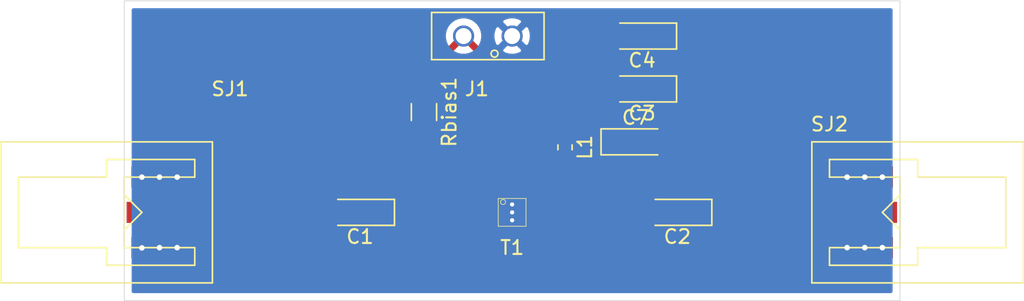
<source format=kicad_pcb>
(kicad_pcb (version 20171130) (host pcbnew 5.1.2-f72e74a~84~ubuntu18.04.1)

  (general
    (thickness 1.6)
    (drawings 4)
    (tracks 61)
    (zones 0)
    (modules 11)
    (nets 8)
  )

  (page A4)
  (layers
    (0 F.Cu signal)
    (31 B.Cu signal)
    (32 B.Adhes user)
    (33 F.Adhes user)
    (34 B.Paste user)
    (35 F.Paste user)
    (36 B.SilkS user)
    (37 F.SilkS user)
    (38 B.Mask user)
    (39 F.Mask user)
    (40 Dwgs.User user)
    (41 Cmts.User user)
    (42 Eco1.User user)
    (43 Eco2.User user)
    (44 Edge.Cuts user)
    (45 Margin user)
    (46 B.CrtYd user)
    (47 F.CrtYd user)
    (48 B.Fab user)
    (49 F.Fab user)
  )

  (setup
    (last_trace_width 0.25)
    (trace_clearance 0.2)
    (zone_clearance 0.508)
    (zone_45_only no)
    (trace_min 0.2)
    (via_size 0.8)
    (via_drill 0.4)
    (via_min_size 0.4)
    (via_min_drill 0.3)
    (uvia_size 0.3)
    (uvia_drill 0.1)
    (uvias_allowed no)
    (uvia_min_size 0.2)
    (uvia_min_drill 0.1)
    (edge_width 0.05)
    (segment_width 0.2)
    (pcb_text_width 0.3)
    (pcb_text_size 1.5 1.5)
    (mod_edge_width 0.12)
    (mod_text_size 1 1)
    (mod_text_width 0.15)
    (pad_size 4.3 1.52)
    (pad_drill 0)
    (pad_to_mask_clearance 0.051)
    (solder_mask_min_width 0.25)
    (aux_axis_origin 0 0)
    (visible_elements FFFFFF7F)
    (pcbplotparams
      (layerselection 0x010fc_ffffffff)
      (usegerberextensions false)
      (usegerberattributes false)
      (usegerberadvancedattributes false)
      (creategerberjobfile false)
      (excludeedgelayer true)
      (linewidth 0.100000)
      (plotframeref false)
      (viasonmask false)
      (mode 1)
      (useauxorigin false)
      (hpglpennumber 1)
      (hpglpenspeed 20)
      (hpglpendiameter 15.000000)
      (psnegative false)
      (psa4output false)
      (plotreference true)
      (plotvalue true)
      (plotinvisibletext false)
      (padsonsilk false)
      (subtractmaskfromsilk false)
      (outputformat 1)
      (mirror false)
      (drillshape 1)
      (scaleselection 1)
      (outputdirectory ""))
  )

  (net 0 "")
  (net 1 VCC)
  (net 2 GND)
  (net 3 /RF_IN)
  (net 4 /RF_OUT)
  (net 5 /RFin)
  (net 6 /RFout)
  (net 7 /VBIAS)

  (net_class Default "This is the default net class."
    (clearance 0.2)
    (trace_width 0.25)
    (via_dia 0.8)
    (via_drill 0.4)
    (uvia_dia 0.3)
    (uvia_drill 0.1)
    (add_net /RF_IN)
    (add_net /RF_OUT)
    (add_net /RFin)
    (add_net /RFout)
    (add_net /VBIAS)
    (add_net GND)
    (add_net VCC)
  )

  (module Resistor_SMD:R_1206_3216Metric_Pad1.42x1.75mm_HandSolder (layer F.Cu) (tedit 5B301BBD) (tstamp 5D1F078C)
    (at 128.27 109.615 270)
    (descr "Resistor SMD 1206 (3216 Metric), square (rectangular) end terminal, IPC_7351 nominal with elongated pad for handsoldering. (Body size source: http://www.tortai-tech.com/upload/download/2011102023233369053.pdf), generated with kicad-footprint-generator")
    (tags "resistor handsolder")
    (path /5D1EB24D)
    (attr smd)
    (fp_text reference Rbias1 (at 0 -1.82 90) (layer F.SilkS)
      (effects (font (size 1 1) (thickness 0.15)))
    )
    (fp_text value 2.67k (at 0 1.82 90) (layer F.Fab)
      (effects (font (size 1 1) (thickness 0.15)))
    )
    (fp_text user %R (at 0 0 90) (layer F.Fab)
      (effects (font (size 0.8 0.8) (thickness 0.12)))
    )
    (fp_line (start 2.45 1.12) (end -2.45 1.12) (layer F.CrtYd) (width 0.05))
    (fp_line (start 2.45 -1.12) (end 2.45 1.12) (layer F.CrtYd) (width 0.05))
    (fp_line (start -2.45 -1.12) (end 2.45 -1.12) (layer F.CrtYd) (width 0.05))
    (fp_line (start -2.45 1.12) (end -2.45 -1.12) (layer F.CrtYd) (width 0.05))
    (fp_line (start -0.602064 0.91) (end 0.602064 0.91) (layer F.SilkS) (width 0.12))
    (fp_line (start -0.602064 -0.91) (end 0.602064 -0.91) (layer F.SilkS) (width 0.12))
    (fp_line (start 1.6 0.8) (end -1.6 0.8) (layer F.Fab) (width 0.1))
    (fp_line (start 1.6 -0.8) (end 1.6 0.8) (layer F.Fab) (width 0.1))
    (fp_line (start -1.6 -0.8) (end 1.6 -0.8) (layer F.Fab) (width 0.1))
    (fp_line (start -1.6 0.8) (end -1.6 -0.8) (layer F.Fab) (width 0.1))
    (pad 2 smd roundrect (at 1.4875 0 270) (size 1.425 1.75) (layers F.Cu F.Paste F.Mask) (roundrect_rratio 0.175439)
      (net 7 /VBIAS))
    (pad 1 smd roundrect (at -1.4875 0 270) (size 1.425 1.75) (layers F.Cu F.Paste F.Mask) (roundrect_rratio 0.175439)
      (net 1 VCC))
    (model ${KISYS3DMOD}/Resistor_SMD.3dshapes/R_1206_3216Metric.wrl
      (at (xyz 0 0 0))
      (scale (xyz 1 1 1))
      (rotate (xyz 0 0 0))
    )
  )

  (module Capacitor_Tantalum_SMD:CP_EIA-3216-10_Kemet-I_Pad1.58x1.35mm_HandSolder (layer F.Cu) (tedit 5B301BBE) (tstamp 5D1F075F)
    (at 143.51 111.76)
    (descr "Tantalum Capacitor SMD Kemet-I (3216-10 Metric), IPC_7351 nominal, (Body size from: http://www.kemet.com/Lists/ProductCatalog/Attachments/253/KEM_TC101_STD.pdf), generated with kicad-footprint-generator")
    (tags "capacitor tantalum")
    (path /5D1F87D9)
    (attr smd)
    (fp_text reference C7 (at 0 -1.75) (layer F.SilkS)
      (effects (font (size 1 1) (thickness 0.15)))
    )
    (fp_text value 100p (at 0 1.75) (layer F.Fab)
      (effects (font (size 1 1) (thickness 0.15)))
    )
    (fp_text user %R (at 0 0) (layer F.Fab)
      (effects (font (size 0.8 0.8) (thickness 0.12)))
    )
    (fp_line (start 2.48 1.05) (end -2.48 1.05) (layer F.CrtYd) (width 0.05))
    (fp_line (start 2.48 -1.05) (end 2.48 1.05) (layer F.CrtYd) (width 0.05))
    (fp_line (start -2.48 -1.05) (end 2.48 -1.05) (layer F.CrtYd) (width 0.05))
    (fp_line (start -2.48 1.05) (end -2.48 -1.05) (layer F.CrtYd) (width 0.05))
    (fp_line (start -2.485 0.935) (end 1.6 0.935) (layer F.SilkS) (width 0.12))
    (fp_line (start -2.485 -0.935) (end -2.485 0.935) (layer F.SilkS) (width 0.12))
    (fp_line (start 1.6 -0.935) (end -2.485 -0.935) (layer F.SilkS) (width 0.12))
    (fp_line (start 1.6 0.8) (end 1.6 -0.8) (layer F.Fab) (width 0.1))
    (fp_line (start -1.6 0.8) (end 1.6 0.8) (layer F.Fab) (width 0.1))
    (fp_line (start -1.6 -0.4) (end -1.6 0.8) (layer F.Fab) (width 0.1))
    (fp_line (start -1.2 -0.8) (end -1.6 -0.4) (layer F.Fab) (width 0.1))
    (fp_line (start 1.6 -0.8) (end -1.2 -0.8) (layer F.Fab) (width 0.1))
    (pad 2 smd roundrect (at 1.4375 0) (size 1.575 1.35) (layers F.Cu F.Paste F.Mask) (roundrect_rratio 0.185185)
      (net 2 GND))
    (pad 1 smd roundrect (at -1.4375 0) (size 1.575 1.35) (layers F.Cu F.Paste F.Mask) (roundrect_rratio 0.185185)
      (net 1 VCC))
    (model ${KISYS3DMOD}/Capacitor_Tantalum_SMD.3dshapes/CP_EIA-3216-10_Kemet-I.wrl
      (at (xyz 0 0 0))
      (scale (xyz 1 1 1))
      (rotate (xyz 0 0 0))
    )
  )

  (module Capacitor_Tantalum_SMD:CP_EIA-3216-10_Kemet-I_Pad1.58x1.35mm_HandSolder (layer F.Cu) (tedit 5B301BBE) (tstamp 5D1F074C)
    (at 143.98 104.14 180)
    (descr "Tantalum Capacitor SMD Kemet-I (3216-10 Metric), IPC_7351 nominal, (Body size from: http://www.kemet.com/Lists/ProductCatalog/Attachments/253/KEM_TC101_STD.pdf), generated with kicad-footprint-generator")
    (tags "capacitor tantalum")
    (path /5D1ED2A1)
    (attr smd)
    (fp_text reference C4 (at 0 -1.75) (layer F.SilkS)
      (effects (font (size 1 1) (thickness 0.15)))
    )
    (fp_text value 1u (at 0 1.75) (layer F.Fab)
      (effects (font (size 1 1) (thickness 0.15)))
    )
    (fp_text user %R (at 0 0) (layer F.Fab)
      (effects (font (size 0.8 0.8) (thickness 0.12)))
    )
    (fp_line (start 2.48 1.05) (end -2.48 1.05) (layer F.CrtYd) (width 0.05))
    (fp_line (start 2.48 -1.05) (end 2.48 1.05) (layer F.CrtYd) (width 0.05))
    (fp_line (start -2.48 -1.05) (end 2.48 -1.05) (layer F.CrtYd) (width 0.05))
    (fp_line (start -2.48 1.05) (end -2.48 -1.05) (layer F.CrtYd) (width 0.05))
    (fp_line (start -2.485 0.935) (end 1.6 0.935) (layer F.SilkS) (width 0.12))
    (fp_line (start -2.485 -0.935) (end -2.485 0.935) (layer F.SilkS) (width 0.12))
    (fp_line (start 1.6 -0.935) (end -2.485 -0.935) (layer F.SilkS) (width 0.12))
    (fp_line (start 1.6 0.8) (end 1.6 -0.8) (layer F.Fab) (width 0.1))
    (fp_line (start -1.6 0.8) (end 1.6 0.8) (layer F.Fab) (width 0.1))
    (fp_line (start -1.6 -0.4) (end -1.6 0.8) (layer F.Fab) (width 0.1))
    (fp_line (start -1.2 -0.8) (end -1.6 -0.4) (layer F.Fab) (width 0.1))
    (fp_line (start 1.6 -0.8) (end -1.2 -0.8) (layer F.Fab) (width 0.1))
    (pad 2 smd roundrect (at 1.4375 0 180) (size 1.575 1.35) (layers F.Cu F.Paste F.Mask) (roundrect_rratio 0.185185)
      (net 1 VCC))
    (pad 1 smd roundrect (at -1.4375 0 180) (size 1.575 1.35) (layers F.Cu F.Paste F.Mask) (roundrect_rratio 0.185185)
      (net 2 GND))
    (model ${KISYS3DMOD}/Capacitor_Tantalum_SMD.3dshapes/CP_EIA-3216-10_Kemet-I.wrl
      (at (xyz 0 0 0))
      (scale (xyz 1 1 1))
      (rotate (xyz 0 0 0))
    )
  )

  (module Capacitor_Tantalum_SMD:CP_EIA-3216-10_Kemet-I_Pad1.58x1.35mm_HandSolder (layer F.Cu) (tedit 5B301BBE) (tstamp 5D1F0739)
    (at 143.98 107.95 180)
    (descr "Tantalum Capacitor SMD Kemet-I (3216-10 Metric), IPC_7351 nominal, (Body size from: http://www.kemet.com/Lists/ProductCatalog/Attachments/253/KEM_TC101_STD.pdf), generated with kicad-footprint-generator")
    (tags "capacitor tantalum")
    (path /5D1ED7B7)
    (attr smd)
    (fp_text reference C3 (at 0 -1.75) (layer F.SilkS)
      (effects (font (size 1 1) (thickness 0.15)))
    )
    (fp_text value 1n (at 0 1.75) (layer F.Fab)
      (effects (font (size 1 1) (thickness 0.15)))
    )
    (fp_text user %R (at 0 0) (layer F.Fab)
      (effects (font (size 0.8 0.8) (thickness 0.12)))
    )
    (fp_line (start 2.48 1.05) (end -2.48 1.05) (layer F.CrtYd) (width 0.05))
    (fp_line (start 2.48 -1.05) (end 2.48 1.05) (layer F.CrtYd) (width 0.05))
    (fp_line (start -2.48 -1.05) (end 2.48 -1.05) (layer F.CrtYd) (width 0.05))
    (fp_line (start -2.48 1.05) (end -2.48 -1.05) (layer F.CrtYd) (width 0.05))
    (fp_line (start -2.485 0.935) (end 1.6 0.935) (layer F.SilkS) (width 0.12))
    (fp_line (start -2.485 -0.935) (end -2.485 0.935) (layer F.SilkS) (width 0.12))
    (fp_line (start 1.6 -0.935) (end -2.485 -0.935) (layer F.SilkS) (width 0.12))
    (fp_line (start 1.6 0.8) (end 1.6 -0.8) (layer F.Fab) (width 0.1))
    (fp_line (start -1.6 0.8) (end 1.6 0.8) (layer F.Fab) (width 0.1))
    (fp_line (start -1.6 -0.4) (end -1.6 0.8) (layer F.Fab) (width 0.1))
    (fp_line (start -1.2 -0.8) (end -1.6 -0.4) (layer F.Fab) (width 0.1))
    (fp_line (start 1.6 -0.8) (end -1.2 -0.8) (layer F.Fab) (width 0.1))
    (pad 2 smd roundrect (at 1.4375 0 180) (size 1.575 1.35) (layers F.Cu F.Paste F.Mask) (roundrect_rratio 0.185185)
      (net 1 VCC))
    (pad 1 smd roundrect (at -1.4375 0 180) (size 1.575 1.35) (layers F.Cu F.Paste F.Mask) (roundrect_rratio 0.185185)
      (net 2 GND))
    (model ${KISYS3DMOD}/Capacitor_Tantalum_SMD.3dshapes/CP_EIA-3216-10_Kemet-I.wrl
      (at (xyz 0 0 0))
      (scale (xyz 1 1 1))
      (rotate (xyz 0 0 0))
    )
  )

  (module Capacitor_Tantalum_SMD:CP_EIA-3216-10_Kemet-I_Pad1.58x1.35mm_HandSolder (layer F.Cu) (tedit 5B301BBE) (tstamp 5D1F0726)
    (at 146.52 116.84 180)
    (descr "Tantalum Capacitor SMD Kemet-I (3216-10 Metric), IPC_7351 nominal, (Body size from: http://www.kemet.com/Lists/ProductCatalog/Attachments/253/KEM_TC101_STD.pdf), generated with kicad-footprint-generator")
    (tags "capacitor tantalum")
    (path /5D1E9EEC)
    (attr smd)
    (fp_text reference C2 (at 0 -1.75) (layer F.SilkS)
      (effects (font (size 1 1) (thickness 0.15)))
    )
    (fp_text value 100p (at 0 1.75) (layer F.Fab)
      (effects (font (size 1 1) (thickness 0.15)))
    )
    (fp_text user %R (at 0 0) (layer F.Fab)
      (effects (font (size 0.8 0.8) (thickness 0.12)))
    )
    (fp_line (start 2.48 1.05) (end -2.48 1.05) (layer F.CrtYd) (width 0.05))
    (fp_line (start 2.48 -1.05) (end 2.48 1.05) (layer F.CrtYd) (width 0.05))
    (fp_line (start -2.48 -1.05) (end 2.48 -1.05) (layer F.CrtYd) (width 0.05))
    (fp_line (start -2.48 1.05) (end -2.48 -1.05) (layer F.CrtYd) (width 0.05))
    (fp_line (start -2.485 0.935) (end 1.6 0.935) (layer F.SilkS) (width 0.12))
    (fp_line (start -2.485 -0.935) (end -2.485 0.935) (layer F.SilkS) (width 0.12))
    (fp_line (start 1.6 -0.935) (end -2.485 -0.935) (layer F.SilkS) (width 0.12))
    (fp_line (start 1.6 0.8) (end 1.6 -0.8) (layer F.Fab) (width 0.1))
    (fp_line (start -1.6 0.8) (end 1.6 0.8) (layer F.Fab) (width 0.1))
    (fp_line (start -1.6 -0.4) (end -1.6 0.8) (layer F.Fab) (width 0.1))
    (fp_line (start -1.2 -0.8) (end -1.6 -0.4) (layer F.Fab) (width 0.1))
    (fp_line (start 1.6 -0.8) (end -1.2 -0.8) (layer F.Fab) (width 0.1))
    (pad 2 smd roundrect (at 1.4375 0 180) (size 1.575 1.35) (layers F.Cu F.Paste F.Mask) (roundrect_rratio 0.185185)
      (net 4 /RF_OUT))
    (pad 1 smd roundrect (at -1.4375 0 180) (size 1.575 1.35) (layers F.Cu F.Paste F.Mask) (roundrect_rratio 0.185185)
      (net 6 /RFout))
    (model ${KISYS3DMOD}/Capacitor_Tantalum_SMD.3dshapes/CP_EIA-3216-10_Kemet-I.wrl
      (at (xyz 0 0 0))
      (scale (xyz 1 1 1))
      (rotate (xyz 0 0 0))
    )
  )

  (module Capacitor_Tantalum_SMD:CP_EIA-3216-10_Kemet-I_Pad1.58x1.35mm_HandSolder (layer F.Cu) (tedit 5B301BBE) (tstamp 5D1F0713)
    (at 123.66 116.84 180)
    (descr "Tantalum Capacitor SMD Kemet-I (3216-10 Metric), IPC_7351 nominal, (Body size from: http://www.kemet.com/Lists/ProductCatalog/Attachments/253/KEM_TC101_STD.pdf), generated with kicad-footprint-generator")
    (tags "capacitor tantalum")
    (path /5D1EA663)
    (attr smd)
    (fp_text reference C1 (at 0 -1.75) (layer F.SilkS)
      (effects (font (size 1 1) (thickness 0.15)))
    )
    (fp_text value 100p (at 0 1.75) (layer F.Fab)
      (effects (font (size 1 1) (thickness 0.15)))
    )
    (fp_text user %R (at 0 0) (layer F.Fab)
      (effects (font (size 0.8 0.8) (thickness 0.12)))
    )
    (fp_line (start 2.48 1.05) (end -2.48 1.05) (layer F.CrtYd) (width 0.05))
    (fp_line (start 2.48 -1.05) (end 2.48 1.05) (layer F.CrtYd) (width 0.05))
    (fp_line (start -2.48 -1.05) (end 2.48 -1.05) (layer F.CrtYd) (width 0.05))
    (fp_line (start -2.48 1.05) (end -2.48 -1.05) (layer F.CrtYd) (width 0.05))
    (fp_line (start -2.485 0.935) (end 1.6 0.935) (layer F.SilkS) (width 0.12))
    (fp_line (start -2.485 -0.935) (end -2.485 0.935) (layer F.SilkS) (width 0.12))
    (fp_line (start 1.6 -0.935) (end -2.485 -0.935) (layer F.SilkS) (width 0.12))
    (fp_line (start 1.6 0.8) (end 1.6 -0.8) (layer F.Fab) (width 0.1))
    (fp_line (start -1.6 0.8) (end 1.6 0.8) (layer F.Fab) (width 0.1))
    (fp_line (start -1.6 -0.4) (end -1.6 0.8) (layer F.Fab) (width 0.1))
    (fp_line (start -1.2 -0.8) (end -1.6 -0.4) (layer F.Fab) (width 0.1))
    (fp_line (start 1.6 -0.8) (end -1.2 -0.8) (layer F.Fab) (width 0.1))
    (pad 2 smd roundrect (at 1.4375 0 180) (size 1.575 1.35) (layers F.Cu F.Paste F.Mask) (roundrect_rratio 0.185185)
      (net 5 /RFin))
    (pad 1 smd roundrect (at -1.4375 0 180) (size 1.575 1.35) (layers F.Cu F.Paste F.Mask) (roundrect_rratio 0.185185)
      (net 3 /RF_IN))
    (model ${KISYS3DMOD}/Capacitor_Tantalum_SMD.3dshapes/CP_EIA-3216-10_Kemet-I.wrl
      (at (xyz 0 0 0))
      (scale (xyz 1 1 1))
      (rotate (xyz 0 0 0))
    )
  )

  (module sma_custom:CONSMA003.062-G (layer F.Cu) (tedit 5D1F1534) (tstamp 5D1F4697)
    (at 163.83 119.38)
    (path /5D1E1CF0)
    (fp_text reference SJ2 (at -6.35 -8.89) (layer F.SilkS)
      (effects (font (size 1 1) (thickness 0.15)))
    )
    (fp_text value sma_jack (at -6.35 -11.43) (layer F.Fab)
      (effects (font (size 1 1) (thickness 0.15)))
    )
    (fp_line (start -1.27 -1.27) (end -2.54 -2.54) (layer F.SilkS) (width 0.12))
    (fp_line (start -1.27 -3.81) (end -2.54 -2.54) (layer F.SilkS) (width 0.12))
    (fp_line (start -7.62 2.54) (end 7.62 2.54) (layer F.SilkS) (width 0.12))
    (fp_line (start 7.62 -7.62) (end -7.62 -7.62) (layer F.SilkS) (width 0.12))
    (fp_line (start -6.35 0) (end -6.35 1.27) (layer F.SilkS) (width 0.12))
    (fp_line (start -1.27 0) (end -6.35 0) (layer F.SilkS) (width 0.12))
    (fp_line (start -1.27 -5.08) (end -1.27 0) (layer F.SilkS) (width 0.12))
    (fp_line (start -6.35 -5.08) (end -1.27 -5.08) (layer F.SilkS) (width 0.12))
    (fp_line (start -6.35 -6.35) (end -6.35 -5.08) (layer F.SilkS) (width 0.12))
    (fp_line (start 6.35 -5.08) (end 6.35 0) (layer F.SilkS) (width 0.12))
    (fp_line (start 0 -5.08) (end 6.35 -5.08) (layer F.SilkS) (width 0.12))
    (fp_line (start 0 -6.35) (end 0 -5.08) (layer F.SilkS) (width 0.12))
    (fp_line (start 0 0) (end 6.35 0) (layer F.SilkS) (width 0.12))
    (fp_line (start 0 1.27) (end 0 0) (layer F.SilkS) (width 0.12))
    (fp_line (start 7.62 2.54) (end 7.62 -7.62) (layer F.SilkS) (width 0.12))
    (fp_line (start -7.62 -7.62) (end -7.62 2.54) (layer F.SilkS) (width 0.12))
    (fp_line (start 0 1.27) (end -6.35 1.27) (layer F.SilkS) (width 0.12))
    (fp_line (start -6.35 -6.35) (end 0 -6.35) (layer F.SilkS) (width 0.12))
    (pad 3 smd rect (at -3.81 0) (size 4.06 1.52) (layers F.Cu F.Paste F.Mask)
      (net 2 GND))
    (pad 2 smd rect (at -3.81 -5.08) (size 4.06 1.52) (layers F.Cu F.Paste F.Mask)
      (net 2 GND))
    (pad 1 smd rect (at -3.63 -2.54) (size 4.3 1.52) (layers F.Cu F.Paste F.Mask)
      (net 6 /RFout))
  )

  (module sma_custom:CONSMA003.062-G (layer F.Cu) (tedit 5D1F152A) (tstamp 5D1F467E)
    (at 105.41 114.3 180)
    (path /5D1E1849)
    (fp_text reference SJ1 (at -8.89 6.35) (layer F.SilkS)
      (effects (font (size 1 1) (thickness 0.15)))
    )
    (fp_text value sma_jack (at -7.62 3.81) (layer F.Fab)
      (effects (font (size 1 1) (thickness 0.15)))
    )
    (fp_line (start -1.27 -1.27) (end -2.54 -2.54) (layer F.SilkS) (width 0.12))
    (fp_line (start -1.27 -3.81) (end -2.54 -2.54) (layer F.SilkS) (width 0.12))
    (fp_line (start -7.62 2.54) (end 7.62 2.54) (layer F.SilkS) (width 0.12))
    (fp_line (start 7.62 -7.62) (end -7.62 -7.62) (layer F.SilkS) (width 0.12))
    (fp_line (start -6.35 0) (end -6.35 1.27) (layer F.SilkS) (width 0.12))
    (fp_line (start -1.27 0) (end -6.35 0) (layer F.SilkS) (width 0.12))
    (fp_line (start -1.27 -5.08) (end -1.27 0) (layer F.SilkS) (width 0.12))
    (fp_line (start -6.35 -5.08) (end -1.27 -5.08) (layer F.SilkS) (width 0.12))
    (fp_line (start -6.35 -6.35) (end -6.35 -5.08) (layer F.SilkS) (width 0.12))
    (fp_line (start 6.35 -5.08) (end 6.35 0) (layer F.SilkS) (width 0.12))
    (fp_line (start 0 -5.08) (end 6.35 -5.08) (layer F.SilkS) (width 0.12))
    (fp_line (start 0 -6.35) (end 0 -5.08) (layer F.SilkS) (width 0.12))
    (fp_line (start 0 0) (end 6.35 0) (layer F.SilkS) (width 0.12))
    (fp_line (start 0 1.27) (end 0 0) (layer F.SilkS) (width 0.12))
    (fp_line (start 7.62 2.54) (end 7.62 -7.62) (layer F.SilkS) (width 0.12))
    (fp_line (start -7.62 -7.62) (end -7.62 2.54) (layer F.SilkS) (width 0.12))
    (fp_line (start 0 1.27) (end -6.35 1.27) (layer F.SilkS) (width 0.12))
    (fp_line (start -6.35 -6.35) (end 0 -6.35) (layer F.SilkS) (width 0.12))
    (pad 3 smd rect (at -3.81 0 180) (size 4.06 1.52) (layers F.Cu F.Paste F.Mask)
      (net 2 GND))
    (pad 2 smd rect (at -3.81 -5.08 180) (size 4.06 1.52) (layers F.Cu F.Paste F.Mask)
      (net 2 GND))
    (pad 1 smd rect (at -3.59 -2.54 180) (size 4.3 1.52) (layers F.Cu F.Paste F.Mask)
      (net 5 /RFin))
  )

  (module rf_filters:TQL9093 (layer F.Cu) (tedit 5D1EFB83) (tstamp 5D1F07D0)
    (at 134.62 116.84)
    (path /5D1E5655)
    (fp_text reference T1 (at 0 2.54) (layer F.SilkS)
      (effects (font (size 1 1) (thickness 0.15)))
    )
    (fp_text value TQL9093 (at 0 -2.54) (layer F.Fab)
      (effects (font (size 1 1) (thickness 0.15)))
    )
    (fp_circle (center -0.65 -0.75) (end -0.47 -0.75) (layer F.SilkS) (width 0.05))
    (fp_line (start 1 1) (end -1 1) (layer F.SilkS) (width 0.05))
    (fp_line (start 1 -1) (end 1 1) (layer F.SilkS) (width 0.05))
    (fp_line (start -1 -1) (end 1 -1) (layer F.SilkS) (width 0.05))
    (fp_line (start -1 1) (end -1 -1) (layer F.SilkS) (width 0.05))
    (pad 9 smd rect (at 0 0) (size 0.7 1.6) (layers F.Cu F.Paste F.Mask)
      (net 2 GND))
    (pad 8 smd rect (at 0.885 0.75) (size 0.67 0.3) (layers F.Cu F.Paste F.Mask)
      (net 2 GND))
    (pad 7 smd rect (at 0.885 0.25) (size 0.67 0.3) (layers F.Cu F.Paste F.Mask)
      (net 4 /RF_OUT))
    (pad 6 smd rect (at 0.885 -0.25) (size 0.67 0.3) (layers F.Cu F.Paste F.Mask)
      (net 2 GND))
    (pad 5 smd rect (at 0.885 -0.75) (size 0.67 0.3) (layers F.Cu F.Paste F.Mask)
      (net 2 GND))
    (pad 4 smd rect (at -0.885 0.75) (size 0.67 0.3) (layers F.Cu F.Paste F.Mask)
      (net 2 GND))
    (pad 3 smd rect (at -0.885 0.25) (size 0.67 0.3) (layers F.Cu F.Paste F.Mask)
      (net 2 GND))
    (pad 2 smd rect (at -0.885 -0.25) (size 0.67 0.3) (layers F.Cu F.Paste F.Mask)
      (net 3 /RF_IN))
    (pad 1 smd rect (at -0.885 -0.75) (size 0.67 0.3) (layers F.Cu F.Paste F.Mask)
      (net 7 /VBIAS))
  )

  (module Inductor_SMD:L_0603_1608Metric_Pad1.05x0.95mm_HandSolder (layer F.Cu) (tedit 5B301BBE) (tstamp 5D1F077B)
    (at 138.43 112.155 270)
    (descr "Capacitor SMD 0603 (1608 Metric), square (rectangular) end terminal, IPC_7351 nominal with elongated pad for handsoldering. (Body size source: http://www.tortai-tech.com/upload/download/2011102023233369053.pdf), generated with kicad-footprint-generator")
    (tags "inductor handsolder")
    (path /5D1F5F57)
    (attr smd)
    (fp_text reference L1 (at 0 -1.43 90) (layer F.SilkS)
      (effects (font (size 1 1) (thickness 0.15)))
    )
    (fp_text value 56n (at 0 1.43 90) (layer F.Fab)
      (effects (font (size 1 1) (thickness 0.15)))
    )
    (fp_text user %R (at 0 0 90) (layer F.Fab)
      (effects (font (size 0.4 0.4) (thickness 0.06)))
    )
    (fp_line (start 1.65 0.73) (end -1.65 0.73) (layer F.CrtYd) (width 0.05))
    (fp_line (start 1.65 -0.73) (end 1.65 0.73) (layer F.CrtYd) (width 0.05))
    (fp_line (start -1.65 -0.73) (end 1.65 -0.73) (layer F.CrtYd) (width 0.05))
    (fp_line (start -1.65 0.73) (end -1.65 -0.73) (layer F.CrtYd) (width 0.05))
    (fp_line (start -0.171267 0.51) (end 0.171267 0.51) (layer F.SilkS) (width 0.12))
    (fp_line (start -0.171267 -0.51) (end 0.171267 -0.51) (layer F.SilkS) (width 0.12))
    (fp_line (start 0.8 0.4) (end -0.8 0.4) (layer F.Fab) (width 0.1))
    (fp_line (start 0.8 -0.4) (end 0.8 0.4) (layer F.Fab) (width 0.1))
    (fp_line (start -0.8 -0.4) (end 0.8 -0.4) (layer F.Fab) (width 0.1))
    (fp_line (start -0.8 0.4) (end -0.8 -0.4) (layer F.Fab) (width 0.1))
    (pad 2 smd roundrect (at 0.875 0 270) (size 1.05 0.95) (layers F.Cu F.Paste F.Mask) (roundrect_rratio 0.25)
      (net 4 /RF_OUT))
    (pad 1 smd roundrect (at -0.875 0 270) (size 1.05 0.95) (layers F.Cu F.Paste F.Mask) (roundrect_rratio 0.25)
      (net 1 VCC))
    (model ${KISYS3DMOD}/Inductor_SMD.3dshapes/L_0603_1608Metric.wrl
      (at (xyz 0 0 0))
      (scale (xyz 1 1 1))
      (rotate (xyz 0 0 0))
    )
  )

  (module borniers:PRT-08084 (layer F.Cu) (tedit 5D01074F) (tstamp 5D1F076A)
    (at 134.62 109.22)
    (path /5D1EBE39)
    (fp_text reference J1 (at -2.54 -1.27) (layer F.SilkS)
      (effects (font (size 1 1) (thickness 0.15)))
    )
    (fp_text value Supply_voltage_conn (at -15.24 -3.81) (layer F.Fab)
      (effects (font (size 1 1) (thickness 0.15)))
    )
    (fp_circle (center -1.27 -3.81) (end -1.02 -3.81) (layer F.SilkS) (width 0.12))
    (fp_line (start 2.3 -3.38) (end -5.8 -3.38) (layer F.SilkS) (width 0.12))
    (fp_line (start -5.8 -6.78) (end 2.3 -6.78) (layer F.SilkS) (width 0.12))
    (fp_line (start 2.3 -3.38) (end 2.3 -6.78) (layer F.SilkS) (width 0.12))
    (fp_line (start -5.8 -3.38) (end -5.8 -6.78) (layer F.SilkS) (width 0.12))
    (pad 2 thru_hole circle (at 0 -5.08) (size 1.524 1.524) (drill 1.15) (layers *.Cu *.Mask)
      (net 2 GND))
    (pad 1 thru_hole circle (at -3.5 -5.08) (size 1.524 1.524) (drill 1.15) (layers *.Cu *.Mask)
      (net 1 VCC))
  )

  (gr_line (start 162.56 123.19) (end 106.68 123.19) (layer Edge.Cuts) (width 0.05) (tstamp 5D1F4961))
  (gr_line (start 106.68 101.6) (end 162.56 101.6) (layer Edge.Cuts) (width 0.05) (tstamp 5D1F4960))
  (gr_line (start 106.68 101.6) (end 106.68 123.19) (layer Edge.Cuts) (width 0.05) (tstamp 5D1F3C5A))
  (gr_line (start 162.56 101.6) (end 162.56 123.19) (layer Edge.Cuts) (width 0.05) (tstamp 5D1F3C59))

  (segment (start 142.23 111.28) (end 142.71 111.76) (width 0.5) (layer F.Cu) (net 1))
  (segment (start 138.43 111.28) (end 142.23 111.28) (width 0.5) (layer F.Cu) (net 1))
  (segment (start 142.71 108.42) (end 143.18 107.95) (width 0.25) (layer F.Cu) (net 1))
  (segment (start 142.71 111.76) (end 142.71 108.42) (width 0.5) (layer F.Cu) (net 1))
  (segment (start 143.18 107.95) (end 143.18 104.14) (width 0.5) (layer F.Cu) (net 1))
  (segment (start 128.27 106.99) (end 131.12 104.14) (width 0.5) (layer F.Cu) (net 1))
  (segment (start 128.27 108.74) (end 128.27 106.99) (width 0.5) (layer F.Cu) (net 1))
  (segment (start 133.66 106.68) (end 140.64 106.68) (width 0.5) (layer F.Cu) (net 1))
  (segment (start 140.64 106.68) (end 142.614796 104.705204) (width 0.5) (layer F.Cu) (net 1))
  (segment (start 131.12 104.14) (end 133.66 106.68) (width 0.5) (layer F.Cu) (net 1))
  (segment (start 142.614796 104.705204) (end 143.18 104.14) (width 0.25) (layer F.Cu) (net 1))
  (via (at 158.75 114.3) (size 0.8) (drill 0.4) (layers F.Cu B.Cu) (net 2))
  (via (at 158.75 119.38) (size 0.8) (drill 0.4) (layers F.Cu B.Cu) (net 2))
  (via (at 161.29 119.38) (size 0.8) (drill 0.4) (layers F.Cu B.Cu) (net 2))
  (via (at 160.02 119.38) (size 0.8) (drill 0.4) (layers F.Cu B.Cu) (net 2))
  (via (at 161.29 114.3) (size 0.8) (drill 0.4) (layers F.Cu B.Cu) (net 2))
  (via (at 160.02 114.3) (size 0.8) (drill 0.4) (layers F.Cu B.Cu) (net 2))
  (via (at 110.49 119.38) (size 0.8) (drill 0.4) (layers F.Cu B.Cu) (net 2))
  (via (at 110.49 114.3) (size 0.8) (drill 0.4) (layers F.Cu B.Cu) (net 2))
  (via (at 109.22 119.38) (size 0.8) (drill 0.4) (layers F.Cu B.Cu) (net 2))
  (via (at 107.95 119.4) (size 0.8) (drill 0.4) (layers F.Cu B.Cu) (net 2))
  (via (at 107.95 114.3) (size 0.8) (drill 0.4) (layers F.Cu B.Cu) (net 2))
  (via (at 109.22 114.3) (size 0.8) (drill 0.4) (layers F.Cu B.Cu) (net 2))
  (via (at 134.62 116.27) (size 0.4) (drill 0.3) (layers F.Cu B.Cu) (net 2))
  (via (at 134.62 117.41) (size 0.4) (drill 0.3) (layers F.Cu B.Cu) (net 2))
  (via (at 134.62 116.84) (size 0.4) (drill 0.3) (layers F.Cu B.Cu) (net 2))
  (segment (start 144.31 108.42) (end 144.78 107.95) (width 0.25) (layer F.Cu) (net 2))
  (segment (start 144.31 111.76) (end 144.31 108.42) (width 0.25) (layer F.Cu) (net 2))
  (segment (start 144.78 107.95) (end 144.78 104.14) (width 0.25) (layer F.Cu) (net 2))
  (segment (start 135.381999 103.378001) (end 134.62 104.14) (width 0.25) (layer F.Cu) (net 2))
  (segment (start 135.47001 103.28999) (end 135.381999 103.378001) (width 0.25) (layer F.Cu) (net 2))
  (segment (start 143.92999 103.28999) (end 135.47001 103.28999) (width 0.25) (layer F.Cu) (net 2))
  (segment (start 144.78 104.14) (end 143.92999 103.28999) (width 0.25) (layer F.Cu) (net 2))
  (segment (start 135.505 116.09) (end 135.505 116.59) (width 0.25) (layer F.Cu) (net 2))
  (segment (start 134.92 117.59) (end 135.505 117.59) (width 0.25) (layer F.Cu) (net 2))
  (segment (start 134.844999 117.514999) (end 134.92 117.59) (width 0.25) (layer F.Cu) (net 2))
  (segment (start 134.92 116.59) (end 134.844999 116.665001) (width 0.25) (layer F.Cu) (net 2))
  (segment (start 134.844999 116.665001) (end 134.844999 117.514999) (width 0.25) (layer F.Cu) (net 2))
  (segment (start 135.505 116.59) (end 134.92 116.59) (width 0.25) (layer F.Cu) (net 2))
  (segment (start 133.735 117.59) (end 133.735 117.09) (width 0.25) (layer F.Cu) (net 2))
  (segment (start 134.44 117.59) (end 134.62 117.41) (width 0.25) (layer F.Cu) (net 2))
  (segment (start 133.735 117.59) (end 134.44 117.59) (width 0.25) (layer F.Cu) (net 2))
  (segment (start 124.46 116.84) (end 127 116.84) (width 0.25) (layer F.Cu) (net 3))
  (segment (start 125.765 116.84) (end 131.75 116.84) (width 2.9) (layer F.Cu) (net 3))
  (segment (start 133.735 116.59) (end 133.15 116.59) (width 0.25) (layer F.Cu) (net 3))
  (segment (start 135.505 117.09) (end 136.05 117.09) (width 0.25) (layer F.Cu) (net 4))
  (segment (start 145.72 116.84) (end 143.51 116.84) (width 0.25) (layer F.Cu) (net 4))
  (segment (start 137.5 117.09) (end 144.5 117.09) (width 2.9) (layer F.Cu) (net 4))
  (segment (start 138.43 117.02) (end 138.5 117.09) (width 0.25) (layer F.Cu) (net 4))
  (segment (start 138.43 113.03) (end 138.43 117.02) (width 0.25) (layer F.Cu) (net 4))
  (segment (start 122.86 116.84) (end 121.92 116.84) (width 0.25) (layer F.Cu) (net 5))
  (segment (start 113.03 116.84) (end 114.3 116.84) (width 0.25) (layer F.Cu) (net 5))
  (segment (start 121.92 116.84) (end 120.65 116.84) (width 0.25) (layer F.Cu) (net 5))
  (segment (start 108.5 116.84) (end 122 116.84) (width 2.9) (layer F.Cu) (net 5))
  (segment (start 109 116.84) (end 111.125 116.84) (width 0.25) (layer F.Cu) (net 5))
  (segment (start 161.29 116.84) (end 156.21 116.84) (width 0.25) (layer F.Cu) (net 6))
  (segment (start 147.32 116.84) (end 149.86 116.84) (width 0.25) (layer F.Cu) (net 6))
  (segment (start 148.5 116.84) (end 160.75 116.84) (width 2.9) (layer F.Cu) (net 6))
  (segment (start 133.735 114.685) (end 133.735 116.09) (width 0.3) (layer F.Cu) (net 7))
  (segment (start 128.27 110.49) (end 129.54 110.49) (width 0.3) (layer F.Cu) (net 7))
  (segment (start 129.54 110.49) (end 133.735 114.685) (width 0.3) (layer F.Cu) (net 7))

  (zone (net 2) (net_name GND) (layer B.Cu) (tstamp 5D23449C) (hatch edge 0.508)
    (connect_pads (clearance 0.508))
    (min_thickness 0.254)
    (fill yes (arc_segments 32) (thermal_gap 0.508) (thermal_bridge_width 0.508))
    (polygon
      (pts
        (xy 106.68 101.6) (xy 162.56 101.6) (xy 162.56 123.19) (xy 106.68 123.19)
      )
    )
    (filled_polygon
      (pts
        (xy 161.900001 122.53) (xy 107.34 122.53) (xy 107.34 104.002408) (xy 129.723 104.002408) (xy 129.723 104.277592)
        (xy 129.776686 104.54749) (xy 129.881995 104.801727) (xy 130.03488 105.030535) (xy 130.229465 105.22512) (xy 130.458273 105.378005)
        (xy 130.71251 105.483314) (xy 130.982408 105.537) (xy 131.257592 105.537) (xy 131.52749 105.483314) (xy 131.781727 105.378005)
        (xy 132.010535 105.22512) (xy 132.13009 105.105565) (xy 133.83404 105.105565) (xy 133.90102 105.345656) (xy 134.150048 105.462756)
        (xy 134.417135 105.529023) (xy 134.692017 105.54191) (xy 134.964133 105.500922) (xy 135.223023 105.407636) (xy 135.33898 105.345656)
        (xy 135.40596 105.105565) (xy 134.62 104.319605) (xy 133.83404 105.105565) (xy 132.13009 105.105565) (xy 132.20512 105.030535)
        (xy 132.358005 104.801727) (xy 132.463314 104.54749) (xy 132.517 104.277592) (xy 132.517 104.212017) (xy 133.21809 104.212017)
        (xy 133.259078 104.484133) (xy 133.352364 104.743023) (xy 133.414344 104.85898) (xy 133.654435 104.92596) (xy 134.440395 104.14)
        (xy 134.799605 104.14) (xy 135.585565 104.92596) (xy 135.825656 104.85898) (xy 135.942756 104.609952) (xy 136.009023 104.342865)
        (xy 136.02191 104.067983) (xy 135.980922 103.795867) (xy 135.887636 103.536977) (xy 135.825656 103.42102) (xy 135.585565 103.35404)
        (xy 134.799605 104.14) (xy 134.440395 104.14) (xy 133.654435 103.35404) (xy 133.414344 103.42102) (xy 133.297244 103.670048)
        (xy 133.230977 103.937135) (xy 133.21809 104.212017) (xy 132.517 104.212017) (xy 132.517 104.002408) (xy 132.463314 103.73251)
        (xy 132.358005 103.478273) (xy 132.20512 103.249465) (xy 132.13009 103.174435) (xy 133.83404 103.174435) (xy 134.62 103.960395)
        (xy 135.40596 103.174435) (xy 135.33898 102.934344) (xy 135.089952 102.817244) (xy 134.822865 102.750977) (xy 134.547983 102.73809)
        (xy 134.275867 102.779078) (xy 134.016977 102.872364) (xy 133.90102 102.934344) (xy 133.83404 103.174435) (xy 132.13009 103.174435)
        (xy 132.010535 103.05488) (xy 131.781727 102.901995) (xy 131.52749 102.796686) (xy 131.257592 102.743) (xy 130.982408 102.743)
        (xy 130.71251 102.796686) (xy 130.458273 102.901995) (xy 130.229465 103.05488) (xy 130.03488 103.249465) (xy 129.881995 103.478273)
        (xy 129.776686 103.73251) (xy 129.723 104.002408) (xy 107.34 104.002408) (xy 107.34 102.26) (xy 161.9 102.26)
      )
    )
  )
)

</source>
